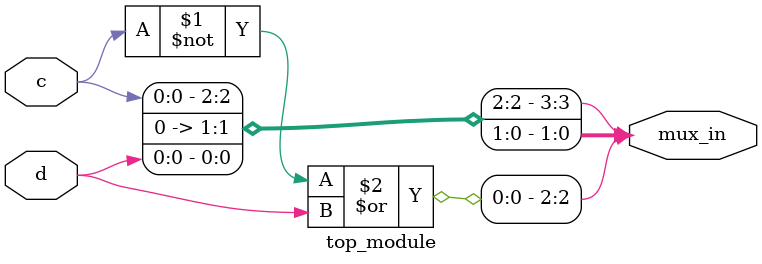
<source format=sv>
module top_module (
    input c,
    input d,
    output [3:0] mux_in
);
    // Given the K-map, we derive the values for mux_in:
    // ab = 00: mux_in[0] = c'd + cd = d (as d is common in both the terms)
    // ab = 01: mux_in[1] = 0
    // ab = 11: mux_in[2] = c'd + cd' + cd = c' + d (as it covers all possible combinations when ab=11)
    // ab = 10: mux_in[3] = cd' + cd = c (as c is common in both the terms)

    assign mux_in[0] = d;
    assign mux_in[1] = 0;
    assign mux_in[2] = ~c | d;
    assign mux_in[3] = c;
endmodule

</source>
